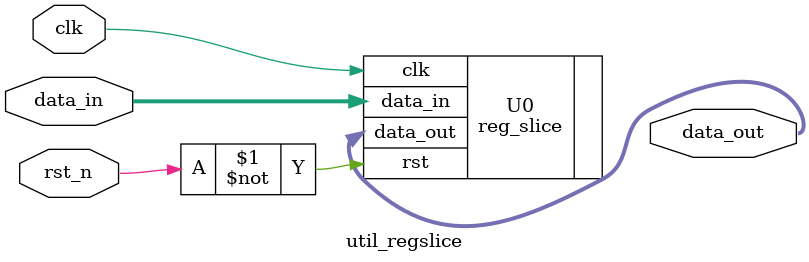
<source format=v>
/*
	This Source Code Form is subject to the terms of the Mozilla Public
	License, v. 2.0. If a copy of the MPL was not distributed with this
	file, You can obtain one at https://mozilla.org/MPL/2.0/.
*/

module util_regslice #(parameter C_WIDTH = 32, parameter C_NUM_STAGES = 2)
(
	input wire clk,
	input wire rst_n,

	input wire [C_WIDTH-1:0] data_in,
	output wire [C_WIDTH-1:0] data_out
);
	reg_slice #(C_WIDTH, C_NUM_STAGES) U0
	(
		.clk(clk),
		.rst(~rst_n),
		.data_in(data_in),
		.data_out(data_out)
	);
endmodule

</source>
